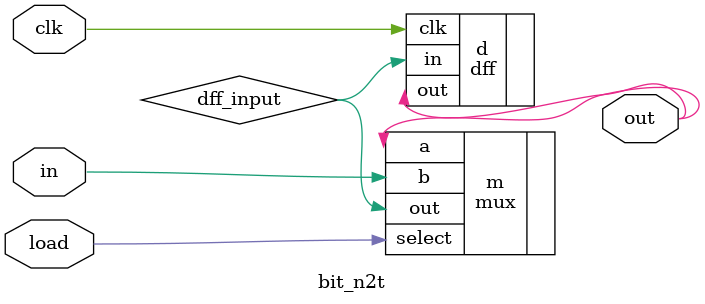
<source format=sv>
`ifndef mux
    `include "../01/mux.sv"
`endif
`ifndef dff
    `include "dff.sv"
`endif
`define bit_n2t 1

module bit_n2t(
    input  in,
    input  load,
    input  clk,
    output out
);

   wire    dff_input, dff_output;
   
   mux m(.a(out), .b(in), .select(load), .out(dff_input));
   dff d(.in(dff_input), .clk(clk), .out(out));

endmodule

</source>
